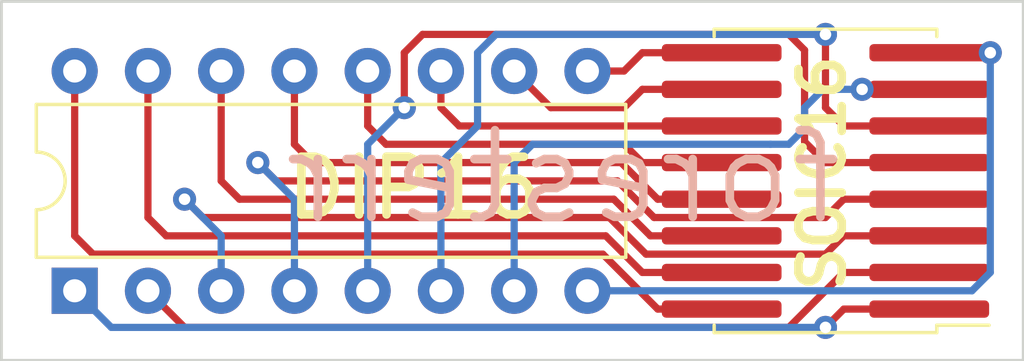
<source format=kicad_pcb>
(kicad_pcb (version 20221018) (generator pcbnew)
  (layers (0 "F.Cu" signal) (31 "B.Cu" signal) (34 "B.Paste" user) (35 "F.Paste" user) (36 "B.SilkS" user "B.Silkscreen") (37 "F.SilkS" user "F.Silkscreen") (38 "B.Mask" user) (39 "F.Mask" user) (44 "Edge.Cuts" user))
  (net 0 "")
  (net 1 "Net-(U1-Pad1)")
  (net 2 "Net-(U1-Pad2)")
  (net 3 "Net-(U1-Pad3)")
  (net 4 "Net-(U1-Pad4)")
  (net 5 "Net-(U1-Pad5)")
  (net 6 "Net-(U1-Pad6)")
  (net 7 "Net-(U1-Pad7)")
  (net 8 "Net-(U1-Pad8)")
  (net 9 "Net-(U1-Pad9)")
  (net 10 "Net-(U1-Pad10)")
  (net 11 "Net-(U1-Pad11)")
  (net 12 "Net-(U1-Pad12)")
  (net 13 "Net-(U1-Pad13)")
  (net 14 "Net-(U1-Pad14)")
  (net 15 "Net-(U1-Pad15)")
  (net 16 "Net-(U1-Pad16)")
  (footprint "Package_DIP:DIP-16_W7.62mm" (layer "F.Cu") (at 51.435 50.165 90)
    (fp_text reference "U1" hide)
    (fp_text value "DIP-16_W7.62mm" hide)
    (fp_line (start 1.16 -1.33) (end 1.16 19.11) (stroke (width 0.12)) (layer "F.SilkS"))
    (fp_line (start 1.16 19.11) (end 6.46 19.11) (stroke (width 0.12)) (layer "F.SilkS"))
    (fp_line (start 2.81 -1.33) (end 1.16 -1.33) (stroke (width 0.12)) (layer "F.SilkS"))
    (fp_line (start 6.46 -1.33) (end 4.81 -1.33) (stroke (width 0.12)) (layer "F.SilkS"))
    (fp_line (start 6.46 19.11) (end 6.46 -1.33) (stroke (width 0.12)) (layer "F.SilkS"))
    (fp_arc (start 4.81 -1.33) (mid 3.81 -0.33) (end 2.81 -1.33) (stroke (width 0.12)) (layer "F.SilkS"))
    (pad "1" thru_hole rect (at 0 0 90) (size 1.6 1.6) (drill 0.8) (layers "*.Cu" "*.Mask") (net 1 "Net-(U1-Pad1)"))
    (pad "2" thru_hole oval (at 0 2.54 90) (size 1.6 1.6) (drill 0.8) (layers "*.Cu" "*.Mask") (net 2 "Net-(U1-Pad2)"))
    (pad "3" thru_hole oval (at 0 5.08 90) (size 1.6 1.6) (drill 0.8) (layers "*.Cu" "*.Mask") (net 3 "Net-(U1-Pad3)"))
    (pad "4" thru_hole oval (at 0 7.62 90) (size 1.6 1.6) (drill 0.8) (layers "*.Cu" "*.Mask") (net 4 "Net-(U1-Pad4)"))
    (pad "5" thru_hole oval (at 0 10.16 90) (size 1.6 1.6) (drill 0.8) (layers "*.Cu" "*.Mask") (net 5 "Net-(U1-Pad5)"))
    (pad "6" thru_hole oval (at 0 12.7 90) (size 1.6 1.6) (drill 0.8) (layers "*.Cu" "*.Mask") (net 6 "Net-(U1-Pad6)"))
    (pad "7" thru_hole oval (at 0 15.24 90) (size 1.6 1.6) (drill 0.8) (layers "*.Cu" "*.Mask") (net 7 "Net-(U1-Pad7)"))
    (pad "8" thru_hole oval (at 0 17.78 90) (size 1.6 1.6) (drill 0.8) (layers "*.Cu" "*.Mask") (net 8 "Net-(U1-Pad8)"))
    (pad "9" thru_hole oval (at 7.62 17.78 90) (size 1.6 1.6) (drill 0.8) (layers "*.Cu" "*.Mask") (net 9 "Net-(U1-Pad9)"))
    (pad "10" thru_hole oval (at 7.62 15.24 90) (size 1.6 1.6) (drill 0.8) (layers "*.Cu" "*.Mask") (net 10 "Net-(U1-Pad10)"))
    (pad "11" thru_hole oval (at 7.62 12.7 90) (size 1.6 1.6) (drill 0.8) (layers "*.Cu" "*.Mask") (net 11 "Net-(U1-Pad11)"))
    (pad "12" thru_hole oval (at 7.62 10.16 90) (size 1.6 1.6) (drill 0.8) (layers "*.Cu" "*.Mask") (net 12 "Net-(U1-Pad12)"))
    (pad "13" thru_hole oval (at 7.62 7.62 90) (size 1.6 1.6) (drill 0.8) (layers "*.Cu" "*.Mask") (net 13 "Net-(U1-Pad13)"))
    (pad "14" thru_hole oval (at 7.62 5.08 90) (size 1.6 1.6) (drill 0.8) (layers "*.Cu" "*.Mask") (net 14 "Net-(U1-Pad14)"))
    (pad "15" thru_hole oval (at 7.62 2.54 90) (size 1.6 1.6) (drill 0.8) (layers "*.Cu" "*.Mask") (net 15 "Net-(U1-Pad15)"))
    (pad "16" thru_hole oval (at 7.62 0 90) (size 1.6 1.6) (drill 0.8) (layers "*.Cu" "*.Mask") (net 16 "Net-(U1-Pad16)"))
  )
  (footprint "Package_SO:SOIC-16W_7.5x10.3mm_P1.27mm" (layer "F.Cu") (at 77.47 46.355 180)
    (fp_text reference "U2" hide)
    (fp_text value "SOIC-16W_7.5x10.3mm_P1.27mm" hide)
    (fp_line (start -3.86 -5.26) (end -3.86 -5.005) (stroke (width 0.12)) (layer "F.SilkS"))
    (fp_line (start -3.86 -5.005) (end -5.675 -5.005) (stroke (width 0.12)) (layer "F.SilkS"))
    (fp_line (start -3.86 5.26) (end -3.86 5.005) (stroke (width 0.12)) (layer "F.SilkS"))
    (fp_line (start 0 -5.26) (end -3.86 -5.26) (stroke (width 0.12)) (layer "F.SilkS"))
    (fp_line (start 0 -5.26) (end 3.86 -5.26) (stroke (width 0.12)) (layer "F.SilkS"))
    (fp_line (start 0 5.26) (end -3.86 5.26) (stroke (width 0.12)) (layer "F.SilkS"))
    (fp_line (start 0 5.26) (end 3.86 5.26) (stroke (width 0.12)) (layer "F.SilkS"))
    (fp_line (start 3.86 -5.26) (end 3.86 -5.005) (stroke (width 0.12)) (layer "F.SilkS"))
    (fp_line (start 3.86 5.26) (end 3.86 5.005) (stroke (width 0.12)) (layer "F.SilkS"))
    (pad "1" smd roundrect (at -3.5995 -4.445 180) (size 4.151 0.6) (layers "F.Cu" "F.Paste" "F.Mask") (net 1 "Net-(U1-Pad1)"))
    (pad "2" smd roundrect (at -3.5995 -3.175 180) (size 4.151 0.6) (layers "F.Cu" "F.Paste" "F.Mask") (net 2 "Net-(U1-Pad2)"))
    (pad "3" smd roundrect (at -3.5995 -1.905 180) (size 4.151 0.6) (layers "F.Cu" "F.Paste" "F.Mask") (net 3 "Net-(U1-Pad3)"))
    (pad "4" smd roundrect (at -3.5995 -0.635 180) (size 4.151 0.6) (layers "F.Cu" "F.Paste" "F.Mask") (net 4 "Net-(U1-Pad4)"))
    (pad "5" smd roundrect (at -3.5995 0.635 180) (size 4.151 0.6) (layers "F.Cu" "F.Paste" "F.Mask") (net 5 "Net-(U1-Pad5)"))
    (pad "6" smd roundrect (at -3.5995 1.905 180) (size 4.151 0.6) (layers "F.Cu" "F.Paste" "F.Mask") (net 6 "Net-(U1-Pad6)"))
    (pad "7" smd roundrect (at -3.5995 3.175 180) (size 4.151 0.6) (layers "F.Cu" "F.Paste" "F.Mask") (net 7 "Net-(U1-Pad7)"))
    (pad "8" smd roundrect (at -3.5995 4.445 180) (size 4.151 0.6) (layers "F.Cu" "F.Paste" "F.Mask") (net 8 "Net-(U1-Pad8)"))
    (pad "9" smd roundrect (at 3.5995 4.445 180) (size 4.151 0.6) (layers "F.Cu" "F.Paste" "F.Mask") (net 9 "Net-(U1-Pad9)"))
    (pad "10" smd roundrect (at 3.5995 3.175 180) (size 4.151 0.6) (layers "F.Cu" "F.Paste" "F.Mask") (net 10 "Net-(U1-Pad10)"))
    (pad "11" smd roundrect (at 3.5995 1.905 180) (size 4.151 0.6) (layers "F.Cu" "F.Paste" "F.Mask") (net 11 "Net-(U1-Pad11)"))
    (pad "12" smd roundrect (at 3.5995 0.635 180) (size 4.151 0.6) (layers "F.Cu" "F.Paste" "F.Mask") (net 12 "Net-(U1-Pad12)"))
    (pad "13" smd roundrect (at 3.5995 -0.635 180) (size 4.151 0.6) (layers "F.Cu" "F.Paste" "F.Mask") (net 13 "Net-(U1-Pad13)"))
    (pad "14" smd roundrect (at 3.5995 -1.905 180) (size 4.151 0.6) (layers "F.Cu" "F.Paste" "F.Mask") (net 14 "Net-(U1-Pad14)"))
    (pad "15" smd roundrect (at 3.5995 -3.175 180) (size 4.151 0.6) (layers "F.Cu" "F.Paste" "F.Mask") (net 15 "Net-(U1-Pad15)"))
    (pad "16" smd roundrect (at 3.5995 -4.445 180) (size 4.151 0.6) (layers "F.Cu" "F.Paste" "F.Mask") (net 16 "Net-(U1-Pad16)"))
  )
  (gr_line (start 48.895 52.578) (end 48.895 40.132) (stroke (width 0.1)) (layer "Edge.Cuts"))
  (gr_line (start 84.328 52.578) (end 48.895 52.578) (stroke (width 0.1)) (layer "Edge.Cuts"))
  (gr_line (start 48.895 40.132) (end 84.328 40.132) (stroke (width 0.1)) (layer "Edge.Cuts"))
  (gr_line (start 84.328 40.132) (end 84.328 52.578) (stroke (width 0.1)) (layer "Edge.Cuts"))
  (gr_text "foresterr" (at 78.2066 47.9806) (layer "B.SilkS") (effects (font (size 3 3) (thickness 0.3)) (justify left bottom mirror)))
  (gr_text "SOIC16" (at 78.232 50.3174 90) (layer "F.SilkS") (effects (font (size 1.5 1.5) (thickness 0.3)) (justify left bottom)))
  (gr_text "DIP16" (at 58.6232 47.7774) (layer "F.SilkS") (effects (font (size 2 2) (thickness 0.3)) (justify left bottom)))
  (segment (start 78.105 50.8) (end 77.47 51.435) (width 0.25) (layer "F.Cu") (net 1))
  (segment (start 81.0695 50.8) (end 78.105 50.8) (width 0.25) (layer "F.Cu") (net 1))
  (via (at 77.47 51.435) (size 0.8) (drill 0.4) (layers "F.Cu" "B.Cu") (net 1))
  (segment (start 77.47 51.435) (end 52.705 51.435) (width 0.25) (layer "B.Cu") (net 1))
  (segment (start 52.705 51.435) (end 51.435 50.165) (width 0.25) (layer "B.Cu") (net 1))
  (segment (start 76.2 51.435) (end 78.105 49.53) (width 0.25) (layer "F.Cu") (net 2))
  (segment (start 81.0695 49.53) (end 78.105 49.53) (width 0.25) (layer "F.Cu") (net 2))
  (segment (start 55.245 51.435) (end 76.2 51.435) (width 0.25) (layer "F.Cu") (net 2))
  (segment (start 53.975 50.165) (end 55.245 51.435) (width 0.25) (layer "F.Cu") (net 2))
  (segment (start 78.105 48.26) (end 81.0695 48.26) (width 0.25) (layer "F.Cu") (net 3))
  (segment (start 55.245 46.99) (end 55.88 47.625) (width 0.25) (layer "F.Cu") (net 3))
  (segment (start 77.47 48.895) (end 78.105 48.26) (width 0.25) (layer "F.Cu") (net 3))
  (segment (start 55.88 47.625) (end 69.977 47.625) (width 0.25) (layer "F.Cu") (net 3))
  (segment (start 71.247 48.895) (end 77.47 48.895) (width 0.25) (layer "F.Cu") (net 3))
  (segment (start 69.977 47.625) (end 71.247 48.895) (width 0.25) (layer "F.Cu") (net 3))
  (via (at 55.245 46.99) (size 0.8) (drill 0.4) (layers "F.Cu" "B.Cu") (net 3))
  (segment (start 56.515 50.165) (end 56.515 48.26) (width 0.25) (layer "B.Cu") (net 3))
  (segment (start 56.515 48.26) (end 55.245 46.99) (width 0.25) (layer "B.Cu") (net 3))
  (segment (start 78.105 46.99) (end 81.0695 46.99) (width 0.25) (layer "F.Cu") (net 4))
  (segment (start 70.2564 46.355) (end 71.5264 47.625) (width 0.25) (layer "F.Cu") (net 4))
  (segment (start 71.5264 47.625) (end 77.47 47.625) (width 0.25) (layer "F.Cu") (net 4))
  (segment (start 57.785 45.72) (end 58.42 46.355) (width 0.25) (layer "F.Cu") (net 4))
  (segment (start 58.42 46.355) (end 70.2564 46.355) (width 0.25) (layer "F.Cu") (net 4))
  (segment (start 77.47 47.625) (end 78.105 46.99) (width 0.25) (layer "F.Cu") (net 4))
  (via (at 57.785 45.72) (size 0.8) (drill 0.4) (layers "F.Cu" "B.Cu") (net 4))
  (segment (start 59.055 46.99) (end 59.055 50.165) (width 0.25) (layer "B.Cu") (net 4))
  (segment (start 57.785 45.72) (end 59.055 46.99) (width 0.25) (layer "B.Cu") (net 4))
  (segment (start 76.744975 44.994975) (end 77.47 45.72) (width 0.25) (layer "F.Cu") (net 5))
  (segment (start 63.5 41.275) (end 76.2 41.275) (width 0.25) (layer "F.Cu") (net 5))
  (segment (start 62.865 41.91) (end 63.5 41.275) (width 0.25) (layer "F.Cu") (net 5))
  (segment (start 62.865 43.815) (end 62.865 41.91) (width 0.25) (layer "F.Cu") (net 5))
  (segment (start 76.744975 41.819975) (end 76.744975 44.994975) (width 0.25) (layer "F.Cu") (net 5))
  (segment (start 76.2 41.275) (end 76.744975 41.819975) (width 0.25) (layer "F.Cu") (net 5))
  (segment (start 77.47 45.72) (end 81.0695 45.72) (width 0.25) (layer "F.Cu") (net 5))
  (via (at 62.865 43.815) (size 0.8) (drill 0.4) (layers "F.Cu" "B.Cu") (net 5))
  (segment (start 61.595 45.085) (end 61.595 50.165) (width 0.25) (layer "B.Cu") (net 5))
  (segment (start 62.865 43.815) (end 61.595 45.085) (width 0.25) (layer "B.Cu") (net 5))
  (segment (start 77.47 43.815) (end 78.105 44.45) (width 0.25) (layer "F.Cu") (net 6))
  (segment (start 78.105 44.45) (end 81.0695 44.45) (width 0.25) (layer "F.Cu") (net 6))
  (segment (start 77.47 41.275) (end 77.47 43.815) (width 0.25) (layer "F.Cu") (net 6))
  (via (at 77.47 41.275) (size 0.8) (drill 0.4) (layers "F.Cu" "B.Cu") (net 6))
  (segment (start 64.135 45.72) (end 64.135 50.165) (width 0.25) (layer "B.Cu") (net 6))
  (segment (start 65.405 44.45) (end 64.135 45.72) (width 0.25) (layer "B.Cu") (net 6))
  (segment (start 65.405 41.91) (end 65.405 44.45) (width 0.25) (layer "B.Cu") (net 6))
  (segment (start 77.47 41.275) (end 66.04 41.275) (width 0.25) (layer "B.Cu") (net 6))
  (segment (start 66.04 41.275) (end 65.405 41.91) (width 0.25) (layer "B.Cu") (net 6))
  (segment (start 81.0695 43.18) (end 78.74 43.18) (width 0.25) (layer "F.Cu") (net 7))
  (via (at 78.74 43.18) (size 0.8) (drill 0.4) (layers "F.Cu" "B.Cu") (net 7))
  (segment (start 67.31 45.085) (end 66.675 45.72) (width 0.25) (layer "B.Cu") (net 7))
  (segment (start 75.565 45.085) (end 67.31 45.085) (width 0.25) (layer "B.Cu") (net 7))
  (segment (start 76.744975 44.45) (end 76.744975 43.815) (width 0.25) (layer "B.Cu") (net 7))
  (segment (start 76.2 45.085) (end 76.744975 44.540025) (width 0.25) (layer "B.Cu") (net 7))
  (segment (start 75.565 45.085) (end 76.2 45.085) (width 0.25) (layer "B.Cu") (net 7))
  (segment (start 76.744975 43.815) (end 77.379975 43.18) (width 0.25) (layer "B.Cu") (net 7))
  (segment (start 77.379975 43.18) (end 78.74 43.18) (width 0.25) (layer "B.Cu") (net 7))
  (segment (start 76.744975 44.540025) (end 76.744975 44.45) (width 0.25) (layer "B.Cu") (net 7))
  (segment (start 66.675 45.72) (end 66.675 50.165) (width 0.25) (layer "B.Cu") (net 7))
  (segment (start 83.185 41.91) (end 81.0695 41.91) (width 0.25) (layer "F.Cu") (net 8))
  (via (at 83.185 41.91) (size 0.8) (drill 0.4) (layers "F.Cu" "B.Cu") (net 8))
  (segment (start 83.185 49.53) (end 82.55 50.165) (width 0.25) (layer "B.Cu") (net 8))
  (segment (start 82.55 50.165) (end 69.215 50.165) (width 0.25) (layer "B.Cu") (net 8))
  (segment (start 83.185 41.91) (end 83.185 49.53) (width 0.25) (layer "B.Cu") (net 8))
  (segment (start 70.485 42.545) (end 71.12 41.91) (width 0.25) (layer "F.Cu") (net 9))
  (segment (start 71.12 41.91) (end 73.8705 41.91) (width 0.25) (layer "F.Cu") (net 9))
  (segment (start 69.215 42.545) (end 70.485 42.545) (width 0.25) (layer "F.Cu") (net 9))
  (segment (start 67.945 43.815) (end 70.485 43.815) (width 0.25) (layer "F.Cu") (net 10))
  (segment (start 70.485 43.815) (end 71.12 43.18) (width 0.25) (layer "F.Cu") (net 10))
  (segment (start 66.675 42.545) (end 67.945 43.815) (width 0.25) (layer "F.Cu") (net 10))
  (segment (start 71.12 43.18) (end 73.8705 43.18) (width 0.25) (layer "F.Cu") (net 10))
  (segment (start 64.135 43.815) (end 64.77 44.45) (width 0.25) (layer "F.Cu") (net 11))
  (segment (start 64.77 44.45) (end 73.8705 44.45) (width 0.25) (layer "F.Cu") (net 11))
  (segment (start 64.135 42.545) (end 64.135 43.815) (width 0.25) (layer "F.Cu") (net 11))
  (segment (start 71.12 45.72) (end 70.485 45.085) (width 0.25) (layer "F.Cu") (net 12))
  (segment (start 61.595 44.45) (end 61.595 42.545) (width 0.25) (layer "F.Cu") (net 12))
  (segment (start 70.485 45.085) (end 62.23 45.085) (width 0.25) (layer "F.Cu") (net 12))
  (segment (start 73.8705 45.72) (end 71.12 45.72) (width 0.25) (layer "F.Cu") (net 12))
  (segment (start 62.23 45.085) (end 61.595 44.45) (width 0.25) (layer "F.Cu") (net 12))
  (segment (start 59.055 45.085) (end 59.055 42.545) (width 0.25) (layer "F.Cu") (net 13))
  (segment (start 73.8705 46.99) (end 71.6534 46.99) (width 0.25) (layer "F.Cu") (net 13))
  (segment (start 71.6534 46.99) (end 70.3834 45.72) (width 0.25) (layer "F.Cu") (net 13))
  (segment (start 70.3834 45.72) (end 59.69 45.72) (width 0.25) (layer "F.Cu") (net 13))
  (segment (start 59.69 45.72) (end 59.055 45.085) (width 0.25) (layer "F.Cu") (net 13))
  (segment (start 70.1294 46.99) (end 57.15 46.99) (width 0.25) (layer "F.Cu") (net 14))
  (segment (start 57.15 46.99) (end 56.515 46.355) (width 0.25) (layer "F.Cu") (net 14))
  (segment (start 71.3994 48.26) (end 70.1294 46.99) (width 0.25) (layer "F.Cu") (net 14))
  (segment (start 56.515 46.355) (end 56.515 42.545) (width 0.25) (layer "F.Cu") (net 14))
  (segment (start 73.8705 48.26) (end 71.3994 48.26) (width 0.25) (layer "F.Cu") (net 14))
  (segment (start 54.61 48.26) (end 53.975 47.625) (width 0.25) (layer "F.Cu") (net 15))
  (segment (start 73.8705 49.53) (end 71.12 49.53) (width 0.25) (layer "F.Cu") (net 15))
  (segment (start 69.85 48.26) (end 54.61 48.26) (width 0.25) (layer "F.Cu") (net 15))
  (segment (start 71.12 49.53) (end 69.85 48.26) (width 0.25) (layer "F.Cu") (net 15))
  (segment (start 53.975 47.625) (end 53.975 42.545) (width 0.25) (layer "F.Cu") (net 15))
  (segment (start 71.6534 50.8) (end 73.8705 50.8) (width 0.25) (layer "F.Cu") (net 16))
  (segment (start 52.07 48.895) (end 69.7484 48.895) (width 0.25) (layer "F.Cu") (net 16))
  (segment (start 51.435 42.545) (end 51.435 48.26) (width 0.25) (layer "F.Cu") (net 16))
  (segment (start 69.7484 48.895) (end 71.6534 50.8) (width 0.25) (layer "F.Cu") (net 16))
  (segment (start 51.435 48.26) (end 52.07 48.895) (width 0.25) (layer "F.Cu") (net 16))
)
</source>
